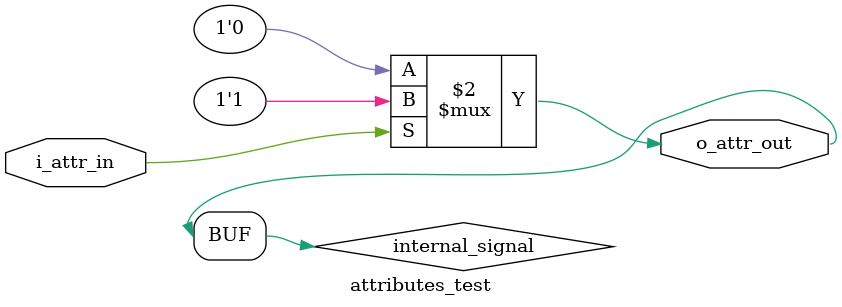
<source format=sv>
module attributes_test (
    input logic i_attr_in,
    output logic o_attr_out
);
    (* synthesis_preserve *) logic internal_signal;
    always_comb begin : my_combinational_block
        internal_signal = i_attr_in ? 1'b1 : 1'b0;
        o_attr_out      = internal_signal;
    end
endmodule


</source>
